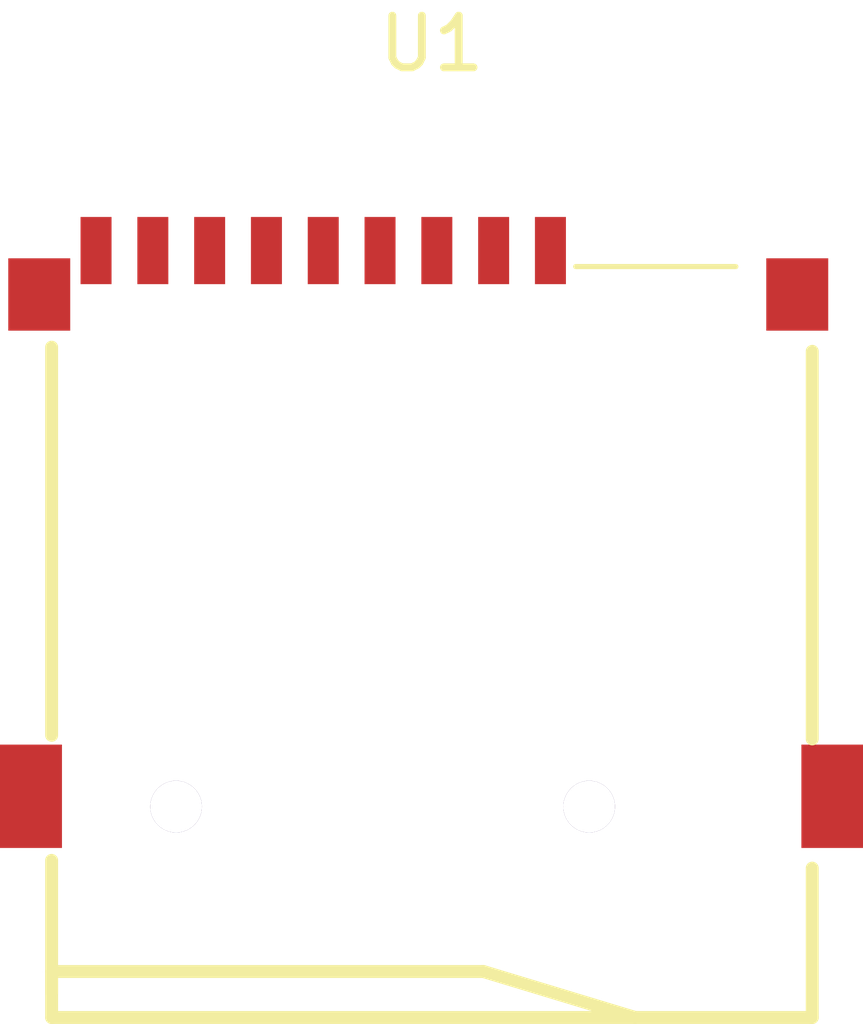
<source format=kicad_pcb>
(kicad_pcb (version 20241229) (generator "atopile") (generator_version "0.3.24")
  (layers (0 "F.Cu" signal) (31 "B.Cu" signal) (34 "B.Paste" user) (35 "F.Paste" user) (36 "B.SilkS" user "B.Silkscreen") (37 "F.SilkS" user "F.Silkscreen") (38 "B.Mask" user) (39 "F.Mask" user) (44 "Edge.Cuts" user))
  (net 0 "")
  (net 1 "CLK_SCLK_")
  (net 2 "DAT0_D0_")
  (net 3 "DAT2_RSV_")
  (net 4 "CD")
  (net 5 "CMD_DI_")
  (net 6 "VDD")
  (net 7 "DAT1_RSV_")
  (net 8 "gnd")
  (net 9 "CDDAT3_CS_")
  (footprint "lib:TF-SMD_TF-01A" (layer "F.Cu") (at 0 0 0)
    (property "Reference" "U1" (at 0 -9.280000000000001 0) (layer "F.SilkS") (hide no))
    (property "Value" "")
    (fp_line (start -7.36 9.09) (end -7.36 8.67) (stroke (width 0.25)) (layer "F.SilkS"))
    (fp_line (start -7.36 8.67) (end 1 8.67) (stroke (width 0.25)) (layer "F.SilkS"))
    (fp_line (start 1 8.67) (end 3.94 9.56) (stroke (width 0.25)) (layer "F.SilkS"))
    (fp_line (start -7.36 6.52) (end -7.36 9.56) (stroke (width 0.25)) (layer "F.SilkS"))
    (fp_line (start -7.36 9.56) (end 7.37 9.56) (stroke (width 0.25)) (layer "F.SilkS"))
    (fp_line (start 7.37 9.56) (end 7.37 6.67) (stroke (width 0.25)) (layer "F.SilkS"))
    (fp_line (start 7.37 4.17) (end 7.37 -3.33) (stroke (width 0.25)) (layer "F.SilkS"))
    (fp_line (start -7.36 -3.41) (end -7.36 4.1) (stroke (width 0.25)) (layer "F.SilkS"))
    (fp_line (start 2.79 -4.97) (end 5.89 -4.97) (stroke (width 0.1)) (layer "F.SilkS"))
    (fp_text user "${REFERENCE}" (at 0 -9.280000000000001 0) (layer "F.SilkS"))
    (pad "1" smd rect (at 2.3 -5.28 0) (size 0.6 1.3) (layers "F.Cu" "F.Paste" "F.Mask") (net 3 "DAT2_RSV_"))
    (pad "2" smd rect (at 1.2 -5.28 0) (size 0.6 1.3) (layers "F.Cu" "F.Paste" "F.Mask") (net 9 "CDDAT3_CS_"))
    (pad "3" smd rect (at 0.1 -5.28 0) (size 0.6 1.3) (layers "F.Cu" "F.Paste" "F.Mask") (net 5 "CMD_DI_"))
    (pad "4" smd rect (at -1 -5.28 0) (size 0.6 1.3) (layers "F.Cu" "F.Paste" "F.Mask") (net 6 "VDD"))
    (pad "5" smd rect (at -2.1 -5.28 0) (size 0.6 1.3) (layers "F.Cu" "F.Paste" "F.Mask") (net 1 "CLK_SCLK_"))
    (pad "6" smd rect (at -3.2 -5.28 0) (size 0.6 1.3) (layers "F.Cu" "F.Paste" "F.Mask") (net 8 "gnd"))
    (pad "7" smd rect (at -4.3 -5.28 0) (size 0.6 1.3) (layers "F.Cu" "F.Paste" "F.Mask") (net 2 "DAT0_D0_"))
    (pad "8" smd rect (at -5.4 -5.28 0) (size 0.6 1.3) (layers "F.Cu" "F.Paste" "F.Mask") (net 7 "DAT1_RSV_"))
    (pad "9" smd rect (at -6.5 -5.28 0) (size 0.6 1.3) (layers "F.Cu" "F.Paste" "F.Mask") (net 4 "CD"))
    (pad "10" smd rect (at -7.6 -4.43 0) (size 1.2 1.4) (layers "F.Cu" "F.Paste" "F.Mask") (net 8 "gnd"))
    (pad "13" smd rect (at 7.08 -4.43 0) (size 1.2 1.4) (layers "F.Cu" "F.Paste" "F.Mask") (net 8 "gnd"))
    (pad "12" smd rect (at 7.76 5.28 0) (size 1.2 2) (layers "F.Cu" "F.Paste" "F.Mask") (net 8 "gnd"))
    (pad "11" smd rect (at -7.76 5.28 0) (size 1.2 2) (layers "F.Cu" "F.Paste" "F.Mask") (net 8 "gnd"))
    (pad "" thru_hole circle (at -4.95 5.48 0) (size 1 1) (drill 1) (layers "*.Cu" "*.Mask"))
    (pad "" thru_hole circle (at 3.05 5.48 0) (size 1 1) (drill 1) (layers "*.Cu" "*.Mask"))
  )
)
</source>
